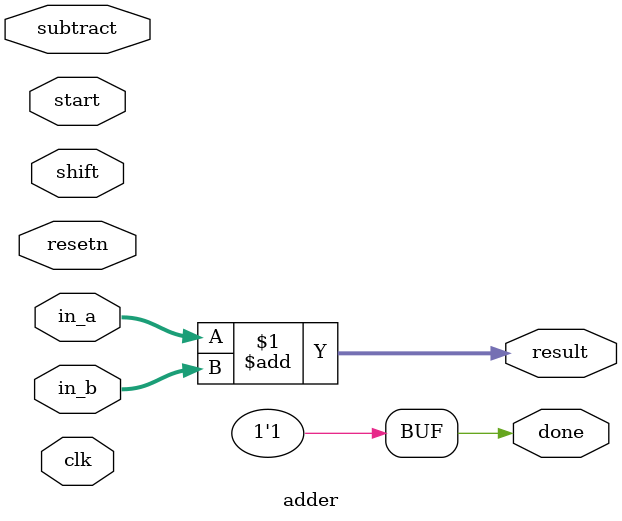
<source format=v>
`timescale 1ns / 1ps

module adder(
    input  wire          clk,
    input  wire          resetn,
    input  wire          start,
    input  wire          subtract,
    input  wire          shift,
    input  wire [1027:0] in_a,
    input  wire [1027:0] in_b,
    output wire [1028:0] result,
    output wire          done    
    );

    assign result = in_a + in_b;

    assign done = 1'b1;

endmodule
</source>
